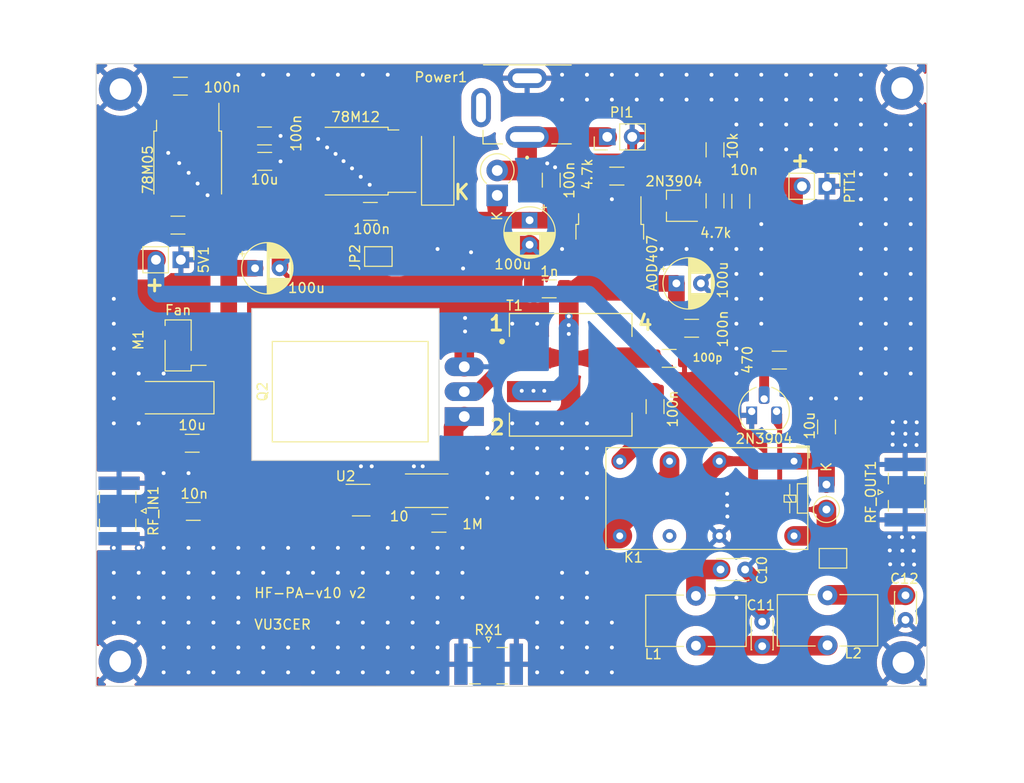
<source format=kicad_pcb>
(kicad_pcb (version 20221018) (generator pcbnew)
  (layers (0 "F.Cu" signal) (31 "B.Cu" signal) (35 "F.Paste" user) (37 "F.SilkS" user "F.Silkscreen") (38 "B.Mask" user) (39 "F.Mask" user) (44 "Edge.Cuts" user))
  (net 0 "")
  (net 1 "GND")
  (net 2 "+VDC")
  (net 3 "Net-(C7-Pad2)")
  (net 4 "PTT")
  (net 5 "/DRAIN")
  (net 6 "Net-(Q2-G)")
  (net 7 "Net-(Q3-G)")
  (net 8 "Net-(Q4-B)")
  (net 9 "+5V")
  (net 10 "12V")
  (net 12 "Net-(U2-OUT)")
  (net 13 "Net-(Q3-D)")
  (net 14 "Net-(C11-Pad1)")
  (net 15 "Net-(JP1-B)")
  (net 16 "RF_OUT")
  (net 17 "Net-(D3-A)")
  (net 18 "LPF")
  (net 19 "RX")
  (net 21 "Net-(Q1-B)")
  (net 22 "Net-(RF_IN1-In)")
  (net 23 "Net-(U2-IN+)")
  (net 24 "Net-(D1-K)")
  (footprint "Resistor_SMD:R_2512_6332Metric_Pad1.40x3.35mm_HandSolder" (layer "F.Cu") (at 173.61 106.39 180)
    (fp_text reference "R3" hide)
    (fp_text value "10")
  )
  (footprint "Capacitor_SMD:C_1206_3216Metric_Pad1.33x1.80mm_HandSolder" (layer "F.Cu") (at 157.0867 72.7964)
    (fp_text reference "C2" hide)
    (fp_text value "10u")
  )
  (footprint "Capacitor_SMD:C_1206_3216Metric_Pad1.33x1.80mm_HandSolder" (layer "F.Cu") (at 196.9 97.81 90)
    (fp_text reference "C7" hide)
    (fp_text value "100n")
  )
  (footprint "Package_TO_SOT_THT:TO-220-3_Horizontal_TabDown" (layer "F.Cu") (at 177.44 98.825 90)
    (fp_text reference "Q2")
    (fp_text value "IRF510")
  )
  (footprint "Diode_SMD:D_SMA_Handsoldering" (layer "F.Cu") (at 174.73 72.75 90)
    (fp_text reference "D1" hide)
    (fp_text value "1N4007" hide)
  )
  (footprint "Capacitor_THT:CP_Radial_D5.0mm_P2.50mm" (layer "F.Cu") (at 199.0744 85.2424)
    (fp_text reference "C5" hide)
    (fp_text value "100u")
  )
  (footprint "Resistor_SMD:R_1206_3216Metric_Pad1.30x1.75mm_HandSolder" (layer "F.Cu") (at 203.015 71.6175 90)
    (fp_text reference "R2" hide)
    (fp_text value "10k")
  )
  (footprint "Connector_PinHeader_2.54mm:PinHeader_1x02_P2.54mm_Vertical" (layer "F.Cu") (at 192.025 70.3 90)
    (fp_text reference "PI1")
    (fp_text value "VDC")
  )
  (footprint "Diode_THT:D_DO-41_SOD81_P2.54mm_Vertical_KathodeUp" (layer "F.Cu") (at 180.8 76.268234 90)
    (fp_text reference "D4" hide)
    (fp_text value "2A+ Schottky (1N5822 / SR2100)" hide)
  )
  (footprint "MountingHole:MountingHole_2.2mm_M2_Pad" (layer "F.Cu") (at 142.343274 123.801274)
    (fp_text reference "H3" hide)
    (fp_text value "MountingHole_Pad" hide)
  )
  (footprint "Capacitor_SMD:C_1206_3216Metric_Pad1.33x1.80mm_HandSolder" (layer "F.Cu") (at 186.1 85.8 180)
    (fp_text reference "C17" hide)
    (fp_text value "1n")
  )
  (footprint "Package_TO_SOT_SMD:SOT-23-5_HandSoldering" (layer "F.Cu") (at 166.925 107.35)
    (fp_text reference "U2")
    (fp_text value "UCC27517DBVR" hide)
  )
  (footprint "Connector_Coaxial:SMA_Samtec_SMA-J-P-X-ST-EM1_EdgeMount" (layer "F.Cu") (at 222.4062 106.537 90)
    (fp_text reference "RF_OUT1")
    (fp_text value "SMA" hide)
  )
  (footprint "Capacitor_SMD:C_1206_3216Metric_Pad1.33x1.80mm_HandSolder" (layer "F.Cu") (at 205.64 76.8675 -90)
    (fp_text reference "C4" hide)
    (fp_text value "10n")
  )
  (footprint "Inductor_THT:L_Toroid_Vertical_L10.0mm_W5.0mm_P5.08mm" (layer "F.Cu") (at 214.49 122.15 180)
    (fp_text reference "L2")
    (fp_text value "360n" hide)
  )
  (footprint "Capacitor_THT:CP_Radial_D5.0mm_P2.50mm" (layer "F.Cu") (at 156.1 83.7)
    (fp_text reference "C20" hide)
    (fp_text value "100u")
  )
  (footprint "Resistor_SMD:R_1206_3216Metric_Pad1.30x1.75mm_HandSolder" (layer "F.Cu") (at 174.85 109.71 180)
    (fp_text reference "R1" hide)
    (fp_text value "1M")
  )
  (footprint "Capacitor_SMD:C_1206_3216Metric_Pad1.33x1.80mm_HandSolder" (layer "F.Cu") (at 186.309 74.7145 90)
    (fp_text reference "C14" hide)
    (fp_text value "100n")
  )
  (footprint "Connector_PinHeader_2.54mm:PinHeader_1x02_P2.54mm_Vertical" (layer "F.Cu") (at 214.4258 75.3364 -90)
    (fp_text reference "PTT1")
    (fp_text value "PTT" hide)
  )
  (footprint "Diode_THT:D_DO-35_SOD27_P2.54mm_Vertical_KathodeUp" (layer "F.Cu") (at 214.376 105.762315 -90)
    (fp_text reference "D3" hide)
    (fp_text value "1N4148" hide)
  )
  (footprint "footprints:XKB_DC-005-5A-2.0_Modded" (layer "F.Cu") (at 183.85 64.3125 -90)
    (fp_text reference "Power1")
    (fp_text value "DC-005 (Barrel Jack)" hide)
  )
  (footprint "Package_TO_SOT_SMD:TO-252-2" (layer "F.Cu") (at 192.28 81.7 -90)
    (fp_text reference "Q3" hide)
    (fp_text value "AOD407")
  )
  (footprint "Capacitor_THT:CP_Radial_D5.0mm_P2.50mm" (layer "F.Cu") (at 184.1 78.8 -90)
    (fp_text reference "C15" hide)
    (fp_text value "100u")
  )
  (footprint "Capacitor_SMD:C_1206_3216Metric_Pad1.33x1.80mm_HandSolder" (layer "F.Cu") (at 148.4884 65.1256)
    (fp_text reference "C9" hide)
    (fp_text value "100n")
  )
  (footprint "Connector_Coaxial:SMA_Samtec_SMA-J-P-X-ST-EM1_EdgeMount" (layer "F.Cu") (at 179.925 124.09)
    (fp_text reference "RX1")
    (fp_text value "SMA" hide)
  )
  (footprint "Capacitor_SMD:C_1206_3216Metric_Pad1.33x1.80mm_HandSolder" (layer "F.Cu") (at 149.6945 101.5492 180)
    (fp_text reference "C16" hide)
    (fp_text value "10u")
  )
  (footprint "MountingHole:MountingHole_2.2mm_M2_Pad" (layer "F.Cu") (at 222.225 123.925)
    (fp_text reference "H4" hide)
    (fp_text value "MountingHole_Pad" hide)
  )
  (footprint "Capacitor_SMD:C_1206_3216Metric_Pad1.33x1.80mm_HandSolder" (layer "F.Cu") (at 214.39 99.88 90)
    (fp_text reference "C13" hide)
    (fp_text value "10u")
  )
  (footprint "Capacitor_SMD:C_1206_3216Metric_Pad1.33x1.80mm_HandSolder" (layer "F.Cu") (at 157.0613 70.2056)
    (fp_text reference "C1" hide)
    (fp_text value "100n")
  )
  (footprint "Package_TO_SOT_SMD:TO-252-2" (layer "F.Cu") (at 149.231 73.014887 -90)
    (fp_text reference "U1" hide)
    (fp_text value "78M05")
  )
  (footprint "Resistor_SMD:R_1206_3216Metric_Pad1.30x1.75mm_HandSolder" (layer "F.Cu") (at 203.015 76.8175 90)
    (fp_text reference "R9" hide)
    (fp_text value "4.7k")
  )
  (footprint "Capacitor_SMD:C_1206_3216Metric_Pad1.33x1.80mm_HandSolder" (layer "F.Cu") (at 167.8625 77.9 180)
    (fp_text reference "C18" hide)
    (fp_text value "100n")
  )
  (footprint "footprints:IND_SRF1260A-4R7Y" (layer "F.Cu") (at 188.295 94.565)
    (fp_text reference "T1")
    (fp_text value "Bifilar XFMR" hide)
  )
  (footprint "Package_TO_SOT_SMD:SOT-23_Handsoldering" (layer "F.Cu") (at 198.82 77.33 180)
    (fp_text reference "Q4" hide)
    (fp_text value "2N3904")
  )
  (footprint "Connector_Coaxial:SMA_Samtec_SMA-J-P-X-ST-EM1_EdgeMount" (layer "F.Cu") (at 142.23 108.45 -90)
    (fp_text reference "RF_IN1")
    (fp_text value "SMA" hide)
  )
  (footprint "Package_TO_SOT_SMD:TO-252-2" (layer "F.Cu") (at 166.3586 72.772 180)
    (fp_text reference "U3" hide)
    (fp_text value "78M12")
  )
  (footprint "Diode_SMD:D_SMA_Handsoldering" (layer "F.Cu") (at 147.4 96.9 180)
    (fp_text reference "D2" hide)
    (fp_text value "M7 (1N4007)" hide)
  )
  (footprint "Capacitor_SMD:C_1206_3216Metric_Pad1.33x1.80mm_HandSolder" (layer "F.Cu") (at 198.34 92.89)
    (fp_text reference "C3" hide)
    (fp_text value "100p")
  )
  (footprint "Connector_PinHeader_2.54mm:PinHeader_1x02_P2.54mm_Vertical" (layer "F.Cu") (at 148.532 82.833887 -90)
    (fp_text reference "5V1")
    (fp_text value "5V")
  )
  (footprint "Capacitor_SMD:C_1206_3216Metric_Pad1.33x1.80mm_HandSolder" (layer "F.Cu") (at 200.63 89.82)
    (fp_text reference "C6" hide)
    (fp_text value "100n")
  )
  (footprint "Jumper:SolderJumper-2_P1.3mm_Open_TrianglePad1.0x1.5mm" (layer "F.Cu") (at 215.048 113.284)
    (fp_text reference "JP1" hide)
    (fp_text value "Jumper_2_Open" hide)
  )
  (footprint "MountingHole:MountingHole_2.2mm_M2_Pad" (layer "F.Cu") (at 142.368 65.433274)
    (fp_text reference "H1" hide)
    (fp_text value "MountingHole_Pad" hide)
  )
  (footprint "Capacitor_SMD:C_1206_3216Metric_Pad1.33x1.80mm_HandSolder" (layer "F.Cu") (at 149.8 108.5)
    (fp_text reference "C19" hide)
    (fp_text value "10n")
  )
  (footprint "Capacitor_THT:C_Disc_D3.0mm_W2.0mm_P2.50mm" (layer "F.Cu") (at 203.581 114.427)
    (fp_text reference "C10")
    (fp_text value "120p" hide)
  )
  (footprint "Relay_THT:Relay_DPDT_Omron_G5V-2" (layer "F.Cu") (at 211.074 103.378 -90)
    (fp_text reference "K1")
    (fp_text value "Omron G5V-2 / OEN 46-05-2C" hide)
  )
  (footprint "Capacitor_SMD:C_1206_3216Metric_Pad1.33x1.80mm_HandSolder" (layer "F.Cu") (at 148.2344 79.2988)
    (fp_text reference "C8" hide)
    (fp_text value "10u")
  )
  (footprint "Inductor_THT:L_Toroid_Vertical_L10.0mm_W5.0mm_P5.08mm" (layer "F.Cu") (at 201.0675 117.115)
    (fp_text reference "L1")
    (fp_text value "360n" hide)
  )
  (footprint "Capacitor_THT:C_Disc_D3.0mm_W2.0mm_P2.50mm" (layer "F.Cu") (at 207.825 122.25 90)
    (fp_text reference "C11")
    (fp_text value "200p" hide)
  )
  (footprint "MountingHole:MountingHole_2.2mm_M2_Pad" (layer "F.Cu") (at 222.099274 65.330474)
    (fp_text reference "H2" hide)
    (fp_text value "MountingHole_Pad" hide)
  )
  (footprint "Resistor_SMD:R_1206_3216Metric_Pad1.30x1.75mm_HandSolder" (layer "F.Cu") (at 193 74.3 180)
    (fp_text reference "R8" hide)
    (fp_text value "4.7k")
  )
  (footprint "Capacitor_THT:C_Disc_D3.0mm_W2.0mm_P2.50mm" (layer "F.Cu") (at 222.4425 117.065 -90)
    (fp_text reference "C12")
    (fp_text value "120p" hide)
  )
  (footprint "Jumper:SolderJumper-2_P1.3mm_Open_TrianglePad1.0x1.5mm" (layer "F.Cu") (at 168.675 82.5)
    (fp_text reference "JP2")
    (fp_text value "Jumper_2_Open" hide)
  )
  (footprint "Connector_PinHeader_2.54mm:PinHeader_1x02_P2.54mm_Vertical_SMD_Pin1Left" (layer "F.Cu") (at 148.255 91.57 180)
    (fp_text reference "M1")
    (fp_text value "Fan")
  )
  (footprint "Resistor_SMD:R_1206_3216Metric_Pad1.30x1.75mm_HandSolder" (layer "F.Cu") (at 209.5754 93.0656 180)
    (fp_text reference "R4" hide)
    (fp_text value "470")
  )
  (footprint "Package_TO_SOT_THT:TO-92_HandSolder" (layer "F.Cu") (at 206.756 98.298)
    (fp_text reference "Q1" hide)
    (fp_text value "2N3904")
  )
  (gr_rect (start 139.893 62.835) (end 224.628 126.336) (stroke (width 0.1)) (fill none) (layer "Edge.Cuts"))
  (gr_rect (start 155.765 87.8) (end 174.865 103.3) (stroke (width 0.1)) (fill none) (layer "Edge.Cuts"))
  (gr_text "+" (at 144.73 86.21) (layer "F.SilkS") (effects (font (size 1.5 1.5) (thickness 0.3) bold) (justify left bottom)))
  (gr_text "K" (at 176.24 76.82) (layer "F.SilkS") (effects (font (size 1.5 1.5) (thickness 0.3) bold) (justify left bottom)))
  (gr_text "2" (at 179.9 100.8) (layer "F.SilkS") (effects (font (size 1.5 1.5) (thickness 0.3) bold) (justify left bottom)))
  (gr_text "4" (at 194.97 90.14) (layer "F.SilkS") (effects (font (size 1.5 1.5) (thickness 0.3) bold) (justify left bottom)))
  (gr_text "1" (at 179.8 90.2) (layer "F.SilkS") (effects (font (size 1.5 1.5) (thickness 0.3) bold) (justify left bottom)))
  (gr_text "+" (at 210.57 73.53) (layer "F.SilkS") (effects (font (size 1.5 1.5) (thickness 0.3) bold) (justify left bottom)))
  (gr_text "HF-PA-v10 v2\n\nVU3CER" (at 155.9306 120.6246) (layer "F.SilkS") (effects (font (size 1 1)) (justify left bottom)))
  (segment (start 184.5375 81.7375) (end 184.1 81.3) (width 2) (layer "F.Cu") (net 1))
  (segment (start 158.6492 78.5) (end 158.6492 83.5867) (width 1.7) (layer "F.Cu") (net 1))
  (segment (start 206.94632 115.29232) (end 206.081 114.427) (width 1.5) (layer "F.Cu") (net 1))
  (segment (start 184.5375 85.8) (end 184.5375 81.7375) (width 2) (layer "F.Cu") (net 1))
  (segment (start 177.44 90.0982) (end 177.44 88.7686) (width 2) (layer "F.Cu") (net 1))
  (segment (start 194.5 72.5) (end 194.565 72.435) (width 1) (layer "F.Cu") (net 1))
  (segment (start 173.3 109.71) (end 169.59 109.71) (width 1) (layer "F.Cu") (net 1))
  (segment (start 169.59 109.71) (end 168.18 108.3) (width 1) (layer "F.Cu") (net 1))
  (segment (start 177.44 82.7068) (end 178.0794 82.0674) (width 2) (layer "F.Cu") (net 1))
  (segment (start 196.21 70.3) (end 194.565 70.3) (width 1) (layer "F.Cu") (net 1))
  (segment (start 186.461 73) (end 185.9 73) (width 1) (layer "F.Cu") (net 1))
  (segment (start 186.7 73.4) (end 186.7 72.761) (width 1) (layer "F.Cu") (net 1))
  (segment (start 186.061 73.4) (end 186.7 73.4) (width 1) (layer "F.Cu") (net 1))
  (segment (start 186.961 72.5) (end 194.5 72.5) (width 1) (layer "F.Cu") (net 1))
  (segment (start 177.44 83.5958) (end 177.44 82.7068) (width 2) (layer "F.Cu") (net 1))
  (segment (start 196.21 70.3) (end 198.882 70.3) (width 0.75) (layer "F.Cu") (net 1))
  (segment (start 177.44 93.745) (end 177.44 90.1402) (width 2) (layer "F.Cu") (net 1))
  (segment (start 199.895 70.2255) (end 199.877 70.2075) (width 0.75) (layer "F.Cu") (net 1))
  (segment (start 207.825 119.75) (end 207.825 117.413641) (width 1.5) (layer "F.Cu") (net 1))
  (segment (start 195.58 70.3) (end 202.7825 70.3) (width 1) (layer "F.Cu") (net 1))
  (segment (start 200.32 76.38) (end 200.32 70.6505) (width 1) (layer "F.Cu") (net 1))
  (segment (start 199.877 70.2075) (end 202.145 70.2075) (width 0.75) (layer "F.Cu") (net 1))
  (segment (start 186.7 72.761) (end 186.961 72.5) (width 1) (layer "F.Cu") (net 1))
  (segment (start 194.565 72.435) (end 194.565 70.3) (width 1) (layer "F.Cu") (net 1))
  (segment (start 167.23 107.35) (end 168.18 108.3) (width 0.5) (layer "F.Cu") (net 1))
  (segment (start 165.67 107.35) (end 167.23 107.35) (width 0.5) (layer "F.Cu") (net 1))
  (segment (start 177.44 88.7266) (end 177.44 83.841) (width 2) (layer "F.Cu") (net 1))
  (segment (start 158.6492 72.7964) (end 158.6492 78.5) (width 1.7) (layer "F.Cu") (net 1))
  (segment (start 178.7544 81.3924) (end 183.896 81.3924) (width 2) (layer "F.Cu") (net 1))
  (segment (start 178.1302 82.0166) (end 178.7544 81.3924) (width 2) (layer "F.Cu") (net 1))
  (segment (start 202.7825 70.3) (end 203.015 70.0675) (width 1) (layer "F.Cu") (net 1))
  (segment (start 195.58 70.3) (end 196.21 70.3) (width 0.75) (layer "F.Cu") (net 1))
  (segment (start 194.565 70.3) (end 195.58 70.3) (width 0.75) (layer "F.Cu") (net 1))
  (via (at 156.9339 122.3775) (size 0.8) (drill 0.4) (layers "F.Cu" "B.Cu") (net 1))
  (via (at 205.1939 69.0375) (size 0.8) (drill 0.4) (layers "F.Cu" "B.Cu") (net 1))
  (via (at 205.1939 63.9575) (size 0.8) (drill 0.4) (layers "F.Cu" "B.Cu") (net 1))
  (via (at 167.0939 119.8375) (size 0.8) (drill 0.4) (layers "F.Cu" "B.Cu") (net 1))
  (via (at 187.4139 102.0575) (size 0.8) (drill 0.4) (layers "F.Cu" "B.Cu") (net 1))
  (via (at 162.0139 124.9175) (size 0.8) (drill 0.4) (layers "F.Cu" "B.Cu") (net 1))
  (via (at 141.6939 112.2175) (size 0.8) (drill 0.4) (layers "F.Cu" "B.Cu") (net 1))
  (via (at 174.7139 117.2975) (size 0.8) (drill 0.4) (layers "F.Cu" "B.Cu") (net 1))
  (via (at 182.3339 107.1375) (size 0.8) (drill 0.4) (layers "F.Cu" "B.Cu") (net 1))
  (via (at 146.7739 124.9175) (size 0.8) (drill 0.4) (layers "F.Cu" "B.Cu") (net 1))
  (via (at 187.4139 122.3775) (size 0.8) (drill 0.4) (layers "F.Cu" "B.Cu") (net 1))
  (via (at 215.3539 69.0375) (size 0.8) (drill 0.4) (layers "F.Cu" "B.Cu") (net 1))
  (via (at 159.4739 114.7575) (size 0.8) (drill 0.4) (layers "F.Cu" "B.Cu") (net 1))
  (via (at 187.4139 104.5975) (size 0.8) (drill 0.4) (layers "F.Cu" "B.Cu") (net 1))
  (via (at 177.5206 88.773) (size 0.8) (drill 0.4) (layers "F.Cu" "B.Cu") (net 1))
  (via (at 184.8739 89.3575) (size 0.8) (drill 0.4) (layers "F.Cu" "B.Cu") (net 1))
  (via (at 162.5346 70.5104) (size 0.8) (drill 0.4) (layers "F.Cu" "B.Cu") (net 1))
  (via (at 200.1139 63.9575) (size 0.8) (drill 0.4) (layers "F.Cu" "B.Cu") (net 1))
  (via (at 189.9539 119.8375) (size 0.8) (drill 0.4) (layers "F.Cu" "B.Cu") (net 1))
  (via (at 222.43 99.4) (size 0.8) (drill 0.4) (layers "F.Cu" "B.Cu") (net 1))
  (via (at 146.7739 117.2975) (size 0.8) (drill 0.4) (layers "F.Cu" "B.Cu") (net 1))
  (via (at 187.4139 124.9175) (size 0.8) (drill 0.4) (layers "F.Cu" "B.Cu") (net 1))
  (via (at 223.59 100.59) (size 0.8) (drill 0.4) (layers "F.Cu" "B.Cu") (net 1))
  (via (at 222.9739 69.0375) (size 0.8) (drill 0.4) (layers "F.Cu" "B.Cu") (net 1))
  (via (at 215.3539 66.4975) (size 0.8) (drill 0.4) (layers "F.Cu" "B.Cu") (net 1))
  (via (at 222.12 112.5) (size 0.8) (drill 0.4) (layers "F.Cu" "B.Cu") (net 1))
  (via (at 223.57 101.73) (size 0.8) (drill 0.4) (layers "F.Cu" "B.Cu") (net 1))
  (via (at 204.275 109.025) (size 0.8) (drill 0.4) (layers "F.Cu" "B.Cu") (net 1))
  (via (at 144.2339 114.7575) (size 0.8) (drill 0.4) (layers "F.Cu" "B.Cu") (net 1))
  (via (at 202.6539 63.9575) (size 0.8) (drill 0.4) (layers "F.Cu" "B.Cu") (net 1))
  (via (at 207.7339 69.0375) (size 0.8) (drill 0.4) (layers "F.Cu" "B.Cu") (net 1))
  (via (at 149.3139 114.7575) (size 0.8) (drill 0.4) (layers "F.Cu" "B.Cu") (net 1))
  (via (at 187.4139 63.9575) (size 0.8) (drill 0.4) (layers "F.Cu" "B.Cu") (net 1))
  (via (at 223.28 112.51) (size 0.8) (drill 0.4) (layers "F.Cu" "B.Cu") (net 1))
  (via (at 222.9739 81.7375) (size 0.8) (drill 0.4) (layers "F.Cu" "B.Cu") (net 1))
  (via (at 184.8739 99.5175) (size 0.8) (drill 0.4) (layers "F.Cu" "B.Cu") (net 1))
  (via (at 154.3939 117.2975) (size 0.8) (drill 0.4) (layers "F.Cu" "B.Cu") (net 1))
  (via (at 217.8939 91.8975) (size 0.8) (drill 0.4) (layers "F.Cu" "B.Cu") (net 1))
  (via (at 221.15 99.38) (size 0.8) (drill 0.4) (layers "F.Cu" "B.Cu") (net 1))
  (via (at 187.4139 117.2975) (size 0.8) (drill 0.4) (layers "F.Cu" "B.Cu") (net 1))
  (via (at 177.2539 114.7575) (size 0.8) (drill 0.4) (layers "F.Cu" "B.Cu") (net 1))
  (via (at 217.8939 79.1975) (size 0.8) (drill 0.4) (layers "F.Cu" "B.Cu") (net 1))
  (via (at 141.6939 119.8375) (size 0.8) (drill 0.4) (layers "F.Cu" "B.Cu") (net 1))
  (via (at 187.4139 107.1375) (size 0.8) (drill 0.4) (layers "F.Cu" "B.Cu") (net 1))
  (via (at 154.3939 124.9175) (size 0.8) (drill 0.4) (layers "F.Cu" "B.Cu") (net 1))
  (via (at 151.8539 114.7575) (size 0.8) (drill 0.4) (layers "F.Cu" "B.Cu") (net 1))
  (via (at 141.6939 91.8975) (size 0.8) (drill 0.4) (layers "F.Cu" "B.Cu") (net 1))
  (via (at 222.9739 71.5775) (size 0.8) (drill 0.4) (layers "F.Cu" "B.Cu") (net 1))
  (via (at 207.7339 66.4975) (size 0.8) (drill 0.4) (layers "F.Cu" "B.Cu") (net 1))
  (via (at 192.4939 122.3775) (size 0.8) (drill 0.4) (layers "F.Cu" "B.Cu") (net 1))
  (via (at 217.8939 84.2775) (size 0.8) (drill 0.4) (layers "F.Cu" "B.Cu") (net 1))
  (via (at 217.8939 71.5775) (size 0.8) (drill 0.4) (layers "F.Cu" "B.Cu") (net 1))
  (via (at 217.8939 94.4375) (size 0.8) (drill 0.4) (layers "F.Cu" "B.Cu") (net 1))
  (via (at 154.3939 119.8375) (size 0.8) (drill 0.4) (layers "F.Cu" "B.Cu") (net 1))
  (via (at 184.8739 104.5975) (size 0.8) (drill 0.4) (layers "F.Cu" "B.Cu") (net 1))
  (via (at 182.3339 89.3575) (size 0.8) (drill 0.4) (layers "F.Cu" "B.Cu") (net 1))
  (via (at 174.7139 119.8375) (size 0.8) (drill 0.4) (layers "F.Cu" "B.Cu") (net 1))
  (via (at 147.2438 71.9328) (size 0.8) (drill 0.4) (layers "F.Cu" "B.Cu") (net 1))
  (via (at 207.7339 79.1975) (size 0.8) (drill 0.4) (layers "F.Cu" "B.Cu") (net 1))
  (via (at 212.8139 96.9775) (size 0.8) (drill 0.4) (layers "F.Cu" "B.Cu") (net 1))
  (via (at 222.41 101.72) (size 0.8) (drill 0.4) (layers "F.Cu" "B.Cu") (net 1))
  (via (at 174.7139 112.2175) (size 0.8) (drill 0.4) (layers "F.Cu" "B.Cu") (net 1))
  (via (at 144.2339 99.5175) (size 0.8) (drill 0.4) (layers "F.Cu" "B.Cu") (net 1))
  (via (at 166.9 103.9) (size 0.8) (drill 0.4) (layers "F.Cu" "B.Cu") (net 1))
  (via (at 217.8939 81.7375) (size 0.8) (drill 0.4) (layers "F.Cu" "B.Cu") (net 1))
  (via (at 215.3539 63.9575) (size 0.8) (drill 0.4) (layers "F.Cu" "B.Cu") (net 1))
  (via (at 158.7 72.8) (size 0.8) (drill 0.4) (layers "F.Cu" "B.Cu") (net 1))
  (via (at 195.0339 66.4975) (size 0.8) (drill 0.4) (layers "F.Cu" "B.Cu") (net 1))
  (via (at 217.8939 69.0375) (size 0.8) (drill 0.4) (layers "F.Cu" "B.Cu") (net 1))
  (via (at 162.0139 122.3775) (size 0.8) (drill 0.4) (layers "F.Cu" "B.Cu") (net 1))
  (via (at 189.9539 122.3775) (size 0.8) (drill 0.4) (layers "F.Cu" "B.Cu") (net 1))
  (via (at 189.9539 104.5975) (size 0.8) (drill 0.4) (layers "F.Cu" "B.Cu") (net 1))
  (via (at 164.3126 72.0344) (size 0.8) (drill 0.4) (layers "F.Cu" "B.Cu") (net 1))
  (via (at 174.7139 81.7375) (size 0.8) (drill 0.4) (layers "F.Cu" "B.Cu") (net 1))
  (via (at 165.1254 72.771) (size 0.8) (drill 0.4) (layers "F.Cu" "B.Cu") (net 1))
  (via (at 185.9 73) (size 0.8) (drill 0.4) (layers "F.Cu" "B.Cu") (net 1))
  (via (at 172.1739 117.2975) (size 0.8) (drill 0.4) (layers "F.Cu" "B.Cu") (net 1))
  (via (at 222.08 111.12) (size 0.8) (drill 0.4) (layers "F.Cu" "B.Cu") (net 1))
  (via (at 217.8939 86.8175) (size 0.8) (drill 0.4) (layers "F.Cu" "B.Cu") (net 1))
  (via (at 141.6939 114.7575) (size 0.8) (drill 0.4) (layers "F.Cu" "B.Cu") (net 1))
  (via (at 156.9339 112.2175) (size 0.8) (drill 0.4) (layers "F.Cu" "B.Cu") (net 1))
  (via (at 222.9739 86.8175) (size 0.8) (drill 0.4) (layers "F.Cu" "B.Cu") (net 1))
  (via (at 223.59 99.41) (size 0.8) (drill 0.4) (layers "F.Cu" "B.Cu") (net 1))
  (via (at 168 103.9) (size 0.8) (drill 0.4) (layers "F.Cu" "B.Cu") (net 1))
  (via (at 154.3939 112.2175) (size 0.8) (drill 0.4) (layers "F.Cu" "B.Cu") (net 1))
  (via (at 156.9339 63.9575) (size 0.8) (drill 0.4) (layers "F.Cu" "B.Cu") (net 1))
  (via (at 149.3139 119.8375) (size 0.8) (drill 0.4) (layers "F.Cu" "B.Cu") (net 1))
  (via (at 205.1939 117.2975) (size 0.8) (drill 0.4) (layers "F.Cu" "B.Cu") (net 1))
  (via (at 212.8139 66.4975) (size 0.8) (drill 0.4) (layers "F.Cu" "B.Cu") (net 1))
  (via (at 192.4939 66.4975) (size 0.8) (drill 0.4) (layers "F.Cu" "B.Cu") (net 1))
  (via (at 220.88 113.89) (size 0.8) (drill 0.4) (layers "F.Cu" "B.Cu") (net 1))
  (via (at 192.4939 119.8375) (size 0.8) (drill 0.4) (layers "F.Cu" "B.Cu") (net 1))
  (via (at 220.4339 74.1175) (size 0.8) (drill 0.4) (layers "F.Cu" "B.Cu") (net 1))
  (via (at 217.8939 66.4975) (size 0.8) (drill 0.4) (layers "F.Cu" "B.Cu") (net 1))
  (via (at 184.8739 107.1375) (size 0.8) (drill 0.4) (layers "F.Cu" "B.Cu") (net 1))
  (via (at 189.9539 107.1375) (size 0.8) (drill 0.4) (layers "F.Cu" "B.Cu") (net 1))
  (via (at 173.2 103.9) (size 0.8) (drill 0.4) (layers "F.Cu" "B.Cu") (net 1))
  (via (at 144.2339 112.2175) (size 0.8) (drill 0.4) (layers "F.Cu" "B.Cu") (net 1))
  (via (at 204.25 107.9) (size 0.8) (drill 0.4) (layers "F.Cu" "B.Cu") (net 1))
  (via (at 222.9739 79.1975) (size 0.8) (drill 0.4) (layers "F.Cu" "B.Cu") (net 1))
  (via (at 184.8739 117.2975) (size 0.8) (drill 0.4) (layers "F.Cu" "B.Cu") (net 1))
  (via (at 166.878 74.3712) (size 0.8) (drill 0.4) (layers "F.Cu" "B.Cu") (net 1))
  (via (at 169.6339 124.9175) (size 0.8) (drill 0.4) (layers "F.Cu" "B.Cu") (net 1))
  (via (at 222.9739 91.8975) (size 0.8) (drill 0.4) (layers "F.Cu" "B.Cu") (net 1))
  (via (at 212.8139 71.5775) (size 0.8) (drill 0.4) (layers "F.Cu" "B.Cu") (net 1))
  (via (at 210.2739 71.5775) (size 0.8) (drill 0.4) (layers "F.Cu" "B.Cu") (net 1))
  (via (at 149.3139 112.2175) (size 0.8) (drill 0.4) (layers "F.Cu" "B.Cu") (net 1))
  (via (at 141.6939 117.2975) (size 0.8) (drill 0.4) (layers "F.Cu" "B.Cu") (net 1))
  (via (at 189.9539 99.5175) (size 0.8) (drill 0.4) (layers "F.Cu" "B.Cu") (net 1))
  (via (at 189.9539 102.0575) (size 0.8) (drill 0.4) (layers "F.Cu" "B.Cu") (net 1))
  (via (at 162.0139 112.2175) (size 0.8) (drill 0.4) (layers "F.Cu" "B.Cu") (net 1))
  (via (at 174.7139 124.9175) (size 0.8) (drill 0.4) (layers "F.Cu" "B.Cu") (net 1))
  (via (at 154.3939 114.7575) (size 0.8) (drill 0.4) (layers "F.Cu" "B.Cu") (net 1))
  (via (at 177.2539 117.2975) (size 0.8) (drill 0.4) (layers "F.Cu" "B.Cu") (net 1))
  (via (at 149.3139 122.3775) (size 0.8) (drill 0.4) (layers "F.Cu" "B.Cu") (net 1))
  (via (at 223.32 113.92) (size 0.8) (drill 0.4) (layers "F.Cu" "B.Cu") (net 1))
  (via (at 167.0939 124.9175) (size 0.8) (drill 0.4) (layers "F.Cu" "B.Cu") (net 1))
  (via (at 154.3939 122.3775) (size 0.8) (drill 0.4) (layers "F.Cu" "B.Cu") (net 1))
  (via (at 174.7139 122.3775) (size 0.8) (drill 0.4) (layers "F.Cu" "B.Cu") (net 1))
  (via (at 217.8939 74.1175) (size 0.8) (drill 0.4) (layers "F.Cu" "B.Cu") (net 1))
  (via (at 184.8739 119.8375) (size 0.8) (drill 0.4) (layers "F.Cu" "B.Cu") (net 1))
  (via (at 197.5739 63.9575) (size 0.8) (drill 0.4) (layers "F.Cu" "B.Cu") (net 1))
  (via (at 149.3139 117.2975) (size 0.8) (drill 0.4) (layers "F.Cu" "B.Cu") (net 1))
  (via (at 169.6339 119.8375) (size 0.8) (drill 0.4) (layers "F.Cu" "B.Cu") (net 1))
  (via (at 197.5739 81.7375) (size 0.8) (drill 0.4) (layers "F.Cu" "B.Cu") (net 1))
  (via (at 221.13 101.7) (size 0.8) (drill 0.4) (layers "F.Cu" "B.Cu") (net 1))
  (via (at 172.1739 124.9175) (size 0.8) (drill 0.4) (layers "F.Cu" "B.Cu") (net 1))
  (via (at 197.5739 66.4975) (size 0.8) (drill 0.4) (layers "F.Cu" "B.Cu") (net 1))
  (via (at 167.0939 122.3775) (size 0.8) (drill 0.4) (layers "F.Cu" "B.Cu") (net 1))
  (via (at 162.0139 63.9575) (size 0.8) (drill 0.4) (layers "F.Cu" "B.Cu") (net 1))
  (via (at 141.6939 94.4375) (size 0.8) (drill 0.4) (layers "F.Cu" "B.Cu") (net 1))
  (via (at 151.8539 112.2175) (size 0.8) (drill 0.4) (layers "F.Cu" "B.Cu") (net 1))
  (via (at 205.1939 66.4975) (size 0.8) (drill 0.4) (layers "F.Cu" "B.Cu") (net 1))
  (via (at 187.4139 81.7375) (size 0.8) (drill 0.4) (layers "F.Cu" "B.Cu") (net 1))
  (via (at 167.7924 75.184) (size 0.8) (drill 0.4) (layers "F.Cu" "B.Cu") (net 1))
  (via (at 154.3939 63.9575) (size 0.8) (drill 0.4) (layers "F.Cu" "B.Cu") (net 1))
  (via (at 151.8539 122.3775) (size 0.8) (drill 0.4) (layers "F.Cu" "B.Cu") (net 1))
  (via (at 164.5539 119.8375) (size 0.8) (drill 0.4) (layers "F.Cu" "B.Cu") (net 1))
  (via (at 189.9539 63.9575) (size 0.8) (drill 0.4) (layers "F.Cu" "B.Cu") (net 1))
  (via (at 179.7939 107.1375) (size 0.8) (drill 0.4) (layers "F.Cu" "B.Cu") (net 1))
  (via (at 222.9739 89.3575) (size 0.8) (drill 0.4) (layers "F.Cu" "B.Cu") (net 1))
  (via (at 207.7339 89.3575) (size 0.8) (drill 0.4) (layers "F.Cu" "B.Cu") (net 1))
  (via (at 200.1139 81.7375) (size 0.8) (drill 0.4) (layers "F.Cu" "B.Cu") (net 1))
  (via (at 215.3539 71.5775) (size 0.8) (drill 0.4) (layers "F.Cu" "B.Cu") (net 1))
  (via (at 220.8 111.1) (size 0.8) (drill 0.4) (layers "F.Cu" "B.Cu") (net 1))
  (via (at 164.5539 114.7575) (size 0.8) (drill 0.4) (layers "F.Cu" "B.Cu") (net 1))
  (via (at 220.4339 94.4375) (size 0.8) (drill 0.4) (layers "F.Cu" "B.Cu") (net 1))
  (via (at 156.9339 124.9175) (size 0.8) (drill 0.4) (layers "F.Cu" "B.Cu") (net 1))
  (via (at 220.4339 79.1975) (size 0.8) (drill 0.4) (layers "F.Cu" "B.Cu") (net 1))
  (via (at 151.8539 124.9175) (size 0.8) (drill 0.4) (layers "F.Cu" "B.Cu") (net 1))
  (via (at 187.4139 114.7575) (size 0.8) (drill 0.4) (layers "F.Cu" "B.Cu") (net 1))
  (via (at 220.4339 89.3575) (size 0.8) (drill 0.4) (layers "F.Cu" "B.Cu") (net 1))
  (via (at 210.2739 63.9575) (size 0.8) (drill 0.4) (layers "F.Cu" "B.Cu") (net 1))
  (via (at 163.449 71.374) (size 0.8) (drill 0.4) (layers "F.Cu" "B.Cu") (net 1))
  (via (at 205.1939 89.3575) (size 0.8) (drill 0.4) (layers "F.Cu" "B.Cu") (net 1))
  (via (at 192.4939 76.6575) (size 0.8) (drill 0.4) (layers "F.Cu" "B.Cu") (net 1))
  (via (at 184.8739 122.3775) (size 0.8) (drill 0.4) (layers "F.Cu" "B.Cu") (net 1))
  (via (at 207.7339 81.7375) (size 0.8) (drill 0.4) (layers "F.Cu" "B.Cu") (net 1))
  (via (at 205.1939 84.2775) (size 0.8) (drill 0.4) (layers "F.Cu" "B.Cu") (net 1))
  (via (at 202.6539 66.4975) (size 0.8) (drill 0.4) (layers "F.Cu" "B.Cu") (net 1))
  (via (at 146.7739 104.5975) (size 0.8) (drill 0.4) (layers "F.Cu" "B.Cu") (net 1))
  (via (at 151.8539 117.2975) (size 0.8) (drill 0.4) (layers "F.Cu" "B.Cu") (net 1))
  (via (at 184.8739 102.0575) (size 0.8) (drill 0.4) (layers "F.Cu" "B.Cu") (net 1))
  (via (at 220.4339 84.2775) (size 0.8) (drill 0.4) (layers "F.Cu" "B.Cu") (net 1))
  (via (at 164.5539 122.3775) (size 0.8) (drill 0.4) (layers "F.Cu" "B.Cu") (net 1))
  (via (at 146.7739 112.2175) (size 0.8) (drill 0.4) (layers "F.Cu" "B.Cu") (net 1))
  (via (at 217.8939 76.6575) (size 0.8) (drill 0.4) (layers "F.Cu" "B.Cu") (net 1))
  (via (at 186.7 73.4) (size 0.8) (drill 0.4) (layers "F.Cu" "B.Cu") (net 1))
  (via (at 162.0139 114.7575) (size 0.8) (drill 0.4) (layers "F.Cu" "B.Cu") (net 1))
  (via (at 205.1939 94.4375) (size 0.8) (drill 0.4) (layers "F.Cu" "B.Cu") (net 1))
  (via (at 172.1739 114.7575) (size 0.8) (drill 0.4) (layers "F.Cu" "B.Cu") (net 1))
  (via (at 215.3539 96.9775) (size 0.8) (drill 0.4) (layers "F.Cu" "B.Cu") (net 1))
  (via (at 141.6939 86.8175) (size 0.8) (drill 0.4) (layers "F.Cu" "B.Cu") (net 1))
  (via (at 222.9739 94.4375) (size 0.8) (drill 0.4) (layers "F.Cu" "B.Cu") (net 1))
  (via (at 177.5206 90.1446) (size 0.8) (drill 0.4) (layers "F.Cu" "B.Cu") (net 1))
  (via (at 204.25 106.7) (size 0.8) (drill 0.4) (layers "F.Cu" "B.Cu") (net 1))
  (via (at 184.8739 124.9175) (size 0.8) (drill 0.4) (layers "F.Cu" "B.Cu") (net 1))
  (via (at 178.1302 82.0674) (size 0.8) (drill 0.4) (layers "F.Cu" "B.Cu") (net 1))
  (via (at 182.3339 102.0575) (size 0.8) (drill 0.4) (layers "F.Cu" "B.Cu") (net 1))
  (via (at 210.2739 69.0375) (size 0.8) (drill 0.4) (layers "F.Cu" "B.Cu") (net 1))
  (via (at 144.2339 117.2975) (size 0.8) (drill 0.4) (layers "F.Cu" "B.Cu") (net 1))
  (via (at 172.1739 122.3775) (size 0.8) (drill 0.4) (layers "F.Cu" "B.Cu") (net 1))
  (via (at 189.9539 117.2975) (size 0.8) (drill 0.4) (layers "F.Cu" "B.Cu") (net 1))
  (via (at 220.4339 81.7375) (size 0.8) (drill 0.4) (layers "F.Cu" "B.Cu") (net 1))
  (via (at 222.9739 74.1175) (size 0.8) (drill 0.4) (layers "F.Cu" "B.Cu") (net 1))
  (via (at 156.9339 114.7575) (size 0.8) (drill 0.4) (layers "F.Cu" "B.Cu") (net 1))
  (via (at 220.4339 76.6575) (size 0.8) (drill 0.4) (layers "F.Cu" "B.Cu") (net 1))
  (via (at 220.4339 71.5775) (size 0.8) (drill 0.4) (layers "F.Cu" "B.Cu") (net 1))
  (via (at 222.9739 84.2775) (size 0.8) (drill 0.4) (layers "F.Cu" "B.Cu") (net 1))
  (via (at 200.1139 66.4975) (size 0.8) (drill 0.4) (layers "F.Cu" "B.Cu") (net 1))
  (via (at 217.8939 63.9575) (size 0.8) (drill 0.4) (layers "F.Cu" "B.Cu") (net 1))
  (via (at 207.7339 84.2775) (size 0.8) (drill 0.4) (layers "F.Cu" "B.Cu") (net 1))
  (via (at 207.7339 86.8175) (size 0.8) (drill 0.4) (layers "F.Cu" "B.Cu") (net 1))
  (via (at 189.9539 114.7575) (size 0.8) (drill 0.4) (layers "F.Cu" "B.Cu") (net 1))
  (via (at 169.6339 63.9575) (size 0.8) (drill 0.4) (layers "F.Cu" "B.Cu") (net 1))
  (via (at 141.6939 99.5175) (size 0.8) (drill 0.4) (layers "F.Cu" "B.Cu") (net 1))
  (via (at 182.3339 99.5175) (size 0.8) (drill 0.4) (layers "F.Cu" "B.Cu") (net 1))
  (via (at 177.3174 83.7184) (size 0.8) (drill 0.4) (layers "F.Cu" "B.Cu") (net 1))
  (via (at 146.7739 122.3775) (size 0.8) (drill 0.4) (layers "F.Cu" "B.Cu") (net 1))
  (via (at 149.3266 73.9648) (size 0.8) (drill 0.4) (layers "F.Cu" "B.Cu") (net 1))
  (via (at 220.4339 91.8975) (size 0.8) (drill 0.4) (layers "F.Cu" "B.Cu") (net 1))
  (via (at 205.1939 86.8175) (size 0.8) (drill 0.4) (layers "F.Cu" "B.Cu") (net 1))
  (via (at 159.4739 112.2175) (size 0.8) (drill 0.4) (layers "F.Cu" "B.Cu") (net 1))
  (via (at 146.7739 114.7575) (size 0.8) (drill 0.4) (layers "F.Cu" "B.Cu") (net 1))
  (via (at 144.2339 119.8375) (size 0.8) (drill 0.4) (layers "F.Cu" "B.Cu") (net 1))
  (via (at 187.4139 119.8375) (size 0.8) (drill 0.4) (layers "F.Cu" "B.Cu") (net 1))
  (via (at 220.4339 86.8175) (size 0.8) (drill 0.4) (layers "F.Cu" "B.Cu") (net 1))
  (via (at 167.0939 114.7575) (size 0.8) (drill 0.4) (layers "F.Cu" "B.Cu") (net 1))
  (via (at 177.2539 112.2175) (size 0.8) (drill 0.4) (layers "F.Cu" "B.Cu") (net 1))
  (via (at 207.7339 63.9575) (size 0.8) (drill 0.4) (layers "F.Cu" "B.Cu") (net 1))
  (via (at 217.8939 96.9775) (size 0.8) (drill 0.4) (layers "F.Cu" "B.Cu") (net 1))
  (via (at 220.4339 69.0375) (size 0.8) (drill 0.4) (layers "F.Cu" "B.Cu") (net 1))
  (via (at 179.7939 102.0575) (size 0.8) (drill 0.4) (layers "F.Cu" "B.Cu") (net 1))
  (via (at 212.8139 63.9575) (size 0.8) (drill 0.4) (layers "F.Cu" "B.Cu") (net 1))
  (via (at 205.1939 81.7375) (size 0.8) (drill 0.4) (layers "F.Cu" "B.Cu") (net 1))
  (via (at 172.3 103.9) (size 0.8) (drill 0.4) (layers "F.Cu" "B.Cu") (net 1))
  (via (at 187.4139 99.5175) (size 0.8) (drill 0.4) (layers "F.Cu" "B.Cu") (net 1))
  (via (at 221.15 100.56) (size 0.8) (drill 0.4) (layers "F.Cu" "B.Cu") (net 1))
  (via (at 159.4739 63.9575) (size 0.8) (drill 0.4) (layers "F.Cu" "B.Cu") (net 1))
  (via (at 148.3614 72.9742) (size 0.8) (drill 0.4) (layers "F.Cu" "B.Cu") (net 1))
  (via (at 172.1739 119.8375) (size 0.8) (drill 0.4) (layers "F.Cu" "B.Cu") (net 1))
  (via (at 165.989 73.5076) (size 0.8) (drill 0.4) (layers "F.Cu" "B.Cu") (net 1))
  (via (at 146.7739 119.8375) (size 0.8) (drill 0.4) (layers "F.Cu" "B.Cu") (net 1))
  (via (at 149.3139 104.5975) (size 0.8) (drill 0.4) (layers "F.Cu" "B.Cu") (net 1))
  (via (at 174.7139 114.7575) (size 0.8) (drill 0.4) (layers "F.Cu" "B.Cu") (net 1))
  (via (at 164.5539 63.9575) (size 0.8) (drill 0.4) (layers "F.Cu" "B.Cu") (net 1))
  (via (at 144.2339 94.4375) (size 0.8) (drill 0.4) (layers "F.Cu" "B.Cu") (net 1))
  (via (at 182.3339 104.5975) (size 0.8) (drill 0.4) (layers "F.Cu" "B.Cu") (net 1))
  (via (at 167.0939 63.9575) (size 0.8) (drill 0.4) (layers "F.Cu" "B.Cu") (net 1))
  (via (at 207.7339 71.5775) (size 0.8) (drill 0.4) (layers "F.Cu" "B.Cu") (net 1))
  (via (at 222.16 113.91) (size 0.8) (drill 0.4) (layers "F.Cu" "B.Cu") (net 1))
  (via (at 192.4939 63.9575) (size 0.8) (drill 0.4) (layers "F.Cu" "B.Cu") (net 1))
  (via (at 169.6339 114.7575) (size 0.8) (drill 0.4) (layers "F.Cu" "B.Cu") (net 1))
  (via (at 210.2739 66.4975) (size 0.8) (drill 0.4) (layers "F.Cu" "B.Cu") (net 1))
  (via (at 150.241 75.057) (size 0.8) (drill 0.4) (layers "F.Cu" "B.Cu") (net 1))
  (via (at 167.0939 112.2175) (size 0.8) (drill 0.4) (layers "F.Cu" "B.Cu") (net 1))
  (via (at 189.9539 124.9175) (size 0.8) (drill 0.4) (layers "F.Cu" "B.Cu") (net 1))
  (via (at 146.7739 94.4375) (size 0.8) (drill 0.4) (layers "F.Cu" "B.Cu") (net 1))
  (via (at 159.4739 122.3775) (size 0.8) (drill 0.4) (layers "F.Cu" "B.Cu") (net 1))
  (via (at 164.5539 112.2175) (size 0.8) (drill 0.4) (layers "F.Cu" "B.Cu") (net 1))
  (via (at 195.0339 63.9575) (size 0.8) (drill 0.4) (layers "F.Cu" "B.Cu") (net 1))
  (via (at 220.84 112.48) (size 0.8) (drill 0.4) (layers "F.Cu" "B.Cu") (net 1))
  (via (at 141.6939 96.9775) (size 0.8) (drill 0.4) (layers "F.Cu" "B.Cu") (net 1))
  (via (at 223.24 111.13) (size 0.8) (drill 0.4) (layers "F.Cu" "B.Cu") (net 1))
  (via (at 164.5539 124.9175) (size 0.8) (drill 0.4) (layers "F.Cu" "B.Cu") (net 1))
  (via (at 159.4739 124.9175) (size 0.8) (drill 0.4) (layers "F.Cu" "B.Cu") (net 1))
  (via (at 141.6939 89.3575) (size 0.8) (drill 0.4) (layers "F.Cu" "B.Cu") (net 1))
  (via (at 222.9739 76.6575) (size 0.8) (drill 0.4) (layers "F.Cu" "B.Cu") (net 1))
  (via (at 149.3139 124.9175) (size 0.8) (drill 0.4) (layers "F.Cu" "B.Cu") (net 1))
  (via (at 179.7939 104.5975) (size 0.8) (drill 0.4) (layers "F.Cu" "B.Cu") (net 1))
  (via (at 189.9539 66.4975) (size 0.8) (drill 0.4) (layers "F.Cu" "B.Cu") (net 1))
  (via (at 212.8139 69.0375) (size 0.8) (drill 0.4) (layers "F.Cu" "B.Cu") (net 1))
  (via (at 151.257 76.2508) (size 0.8) (drill 0.4) (layers "F.Cu" "B.Cu") (net 1))
  (via (at 169.6339 122.3775) (size 0.8) (drill 0.4) (layers "F.Cu" "B.Cu") (net 1))
  (via (at 151.8539 119.8375) (size 0.8) (drill 0.4) (layers "F.Cu" "B.Cu") (net 1))
  (via (at 222.43 100.58) (size 0.8) (drill 0.4) (layers "F.Cu" "B.Cu") (net 1))
  (via (at 192.4939 124.9175) (size 0.8) (drill 0.4) (layers "F.Cu" "B.Cu") (net 1))
  (via (at 217.8939 89.3575) (size 0.8) (drill 0.4) (layers "F.Cu" "B.Cu") (net 1))
  (via (at 158.7 70.2) (size 0.8) (drill 0.4) (layers "F.Cu" "B.Cu") (net 1))
  (via (at 169.6339 112.2175) (size 0.8) (drill 0.4) (layers "F.Cu" "B.Cu") (net 1))
  (via (at 187.4139 66.4975) (size 0.8) (drill 0.4) (layers "F.Cu" "B.Cu") (net 1))
  (via (at 202.6539 81.7375) (size 0.8) (drill 0.4) (layers "F.Cu" "B.Cu") (net 1))
  (via (at 172.1739 112.2175) (size 0.8) (drill 0.4) (layers "F.Cu" "B.Cu") (net 1))
  (via (at 205.1939 91.8975) (size 0.8) (drill 0.4) (layers "F.Cu" "B.Cu") (net 1))
  (arc (start 207.825 117.413641) (mid 207.596638 116.26559) (end 206.94632 115.29232) (width 1.5) (layer "F.Cu") (net 1))
  (segment (start 162.2242 70.2) (end 162.5346 70.5104) (width 1.5) (layer "B.Cu") (net 1))
  (segment (start 163.547 72.8) (end 164.3126 72.0344) (width 1) (layer "B.Cu") (net 1))
  (segment (start 158.7 72.8) (end 163.547 72.8) (width 1) (layer "B.Cu") (net 1))
  (segment (start 158.7 70.2) (end 162.2242 70.2) (width 1.5) (layer "B.Cu") (net 1))
  (segment (start 183.071766 73.728234) (end 180.8 73.728234) (width 2) (layer "F.Cu") (net 2))
  (segment (start 183.85 70.3125) (end 183.85 72.95) (width 2) (layer "F.Cu") (net 2))
  (segment (start 183.85 72.95) (end 183.071766 73.728234) (width 2) (layer "F.Cu") (net 2))
  (segment (start 183.85 70.3125) (end 192.0125 70.3125) (width 2) (layer "F.Cu") (net 2))
  (segment (start 196.8675 96.28) (end 196.9 96.2475) (width 1.7) (layer "F.Cu") (net 3))
  (segment (start 192.545 96.28) (end 196.8675 96.28) (width 1.7) (layer "F.Cu") (net 3))
  (segment (start 210.35 75.3) (end 204.0375 75.3) (width 1.7) (layer "F.Cu") (net 4))
  (segment (start 205.6025 75.2675) (end 205.64 75.305) (width 1.7) (layer "F.Cu") (net 4))
  (segment (start 211.8504 75.3) (end 210.35 75.3) (width 1.7) (layer "F.Cu") (net 4))
  (segment (start 203.015 75.2675) (end 205.6025 75.2675) (width 1.7) (layer "F.Cu") (net 4))
  (segment (start 203.015 75.2675) (end 203.015 73.1675) (width 1) (layer "F.Cu") (net 4))
  (segment (start 211.8868 75.3364) (end 211.8504 75.3) (width 1.7) (layer "F.Cu") (net 4))
  (segment (start 211.1254 93.0656) (end 211.1254 76.0754) (width 1.7) (layer "F.Cu") (net 4))
  (segment (start 211.8858 75.3364) (end 203.0839 75.3364) (width 1.7) (layer "F.Cu") (net 4))
  (segment (start 203.0839 75.3364) (end 203.015 75.2675) (width 1.7) (layer "F.Cu") (net 4))
  (segment (start 192.545 92.85) (end 196.1875 92.85) (width 2) (layer "F.Cu") (net 5))
  (segment (start 178.815 96.285) (end 177.44 96.285) (width 1.5) (layer "F.Cu") (net 5))
  (segment (start 182.25 92.85) (end 178.815 96.285) (width 1.5) (layer "F.Cu") (net 5))
  (segment (start 192.545 92.85) (end 196.7375 92.85) (width 1.7) (layer "F.Cu") (net 5))
  (segment (start 196.7375 92.85) (end 196.7775 92.89) (width 1.7) (layer "F.Cu") (net 5))
  (segment (start 184.045 92.85) (end 192.545 92.85) (width 1.5) (layer "F.Cu") (net 5))
  (segment (start 192.545 92.85) (end 196.4875 92.85) (width 1.5) (layer "F.Cu") (net 5))
  (segment (start 184.045 92.85) (end 182.25 92.85) (width 1.5) (layer "F.Cu") (net 5))
  (segment (start 196.4875 92.85) (end 196.5 92.8375) (width 1.5) (layer "F.Cu") (net 5))
  (segment (start 176.35 105.39) (end 176.35 108.65) (width 2) (layer "F.Cu") (net 6))
  (segment (start 176.35 105.39) (end 176.35 99.915) (width 2) (layer "F.Cu") (net 6))
  (segment (start 176.35 99.915) (end 177.44 98.825) (width 2) (layer "F.Cu") (net 6))
  (segment (start 176.276 108.5) (end 176.276 105.464) (width 1) (layer "F.Cu") (net 6))
  (segment (start 194.73 77.33) (end 194.56 77.5) (width 1.7) (layer "F.Cu") (net 7))
  (segment (start 197.32 77.33) (end 194.73 77.33) (width 1.7) (layer "F.Cu") (net 7))
  (segment (start 194.55 74.3) (end 194.55 77.49) (width 1) (layer "F.Cu") (net 7))
  (segment (start 199.895 78.3075) (end 202.345 78.3075) (width 1) (layer "F.Cu") (net 8))
  (segment (start 200.32 78.28) (end 202.9275 78.28) (width 1) (layer "F.Cu") (net 8))
  (segment (start 143.828 82.833887) (end 145.992 82.833887) (width 2) (layer "F.Cu") (net 9))
  (segment (start 214.376 105.762315) (end 214.376 101.4565) (width 1.7) (layer "F.Cu") (net 9))
  (segment (start 143.32 79.248) (end 143.32 82.325887) (width 2) (layer "F.Cu") (net 9))
  (segment (start 143.32 82.325887) (end 143.828 82.833887) (width 2) (layer "F.Cu") (net 9))
  (segment (start 214.2236 103.378) (end 211.074 103.378) (width 1.7) (layer "F.Cu") (net 9))
  (segment (start 146.6719 79.2988) (end 143.3708 79.2988) (width 1.7) (layer "F.Cu") (net 9))
  (segment (start 214.376 101.4565) (end 214.39 101.4425) (width 1.7) (layer "F.Cu") (net 9))
  (segment (start 214.376 103.5304) (end 214.2236 103.378) (width 1.7) (layer "F.Cu") (net 9))
  (segment (start 143.32 70.104) (end 143.32 79.248) (width 2) (layer "F.Cu") (net 9))
  (segment (start 146.951 67.974887) (end 146.951 65.1507) (width 1.7) (layer "F.Cu") (net 9))
  (segment (start 145.449113 67.974887) (end 143.32 70.104) (width 2) (layer "F.Cu") (net 9))
  (segment (start 146.951 67.974887) (end 145.449113 67.974887) (width 2) (layer "F.Cu") (net 9))
  (segment (start 143.3708 79.2988) (end 143.32 79.248) (width 1.7) (layer "F.Cu") (net 9))
  (segment (start 214.376 105.762315) (end 214.376 103.5304) (width 1.7) (layer "F.Cu") (net 9))
  (segment (start 146.951 65.1507) (end 146.9259 65.1256) (width 1.7) (layer "F.Cu") (net 9))
  (segment (start 145.992 82.833887) (end 145.992 86.048) (width 1.7) (layer "B.Cu") (net 9))
  (segment (start 190.119 86.3346) (end 207.1624 103.378) (width 1.7) (layer "B.Cu") (net 9))
  (segment (start 207.1624 103.378) (end 211.074 103.378) (width 1.7) (layer "B.Cu") (net 9))
  (segment (start 146.2786 86.3346) (end 190.119 86.3346) (width 1.7) (layer "B.Cu") (net 9))
  (segment (start 145.992 86.048) (end 146.2786 86.3346) (width 1.7) (layer "B.Cu") (net 9))
  (segment (start 153.276 92.84) (end 153.416 92.7) (width 1.7) (layer "F.Cu") (net 10))
  (segment (start 153.416 101.7778) (end 153.416 105.416) (width 1.7) (layer "F.Cu") (net 10))
  (segment (start 153.416 70.1548) (end 153.416 67.995) (width 1.7) (layer "F.Cu") (net 10))
  (segment (start 154.325 106.325) (end 165.575 106.325) (width 1) (layer "F.Cu") (net 10))
  (segment (start 149.91 92.84) (end 153.276 92.84) (width 1.7) (layer "F.Cu") (net 10))
  (segment (start 153.416 96.6) (end 153.416 92.7) (width 1.7) (layer "F.Cu") (net 10))
  (segment (start 153.416 83.7) (end 153.416 70.1548) (width 1.7) (layer "F.Cu") (net 10))
  (segment (start 168.529 67.995) (end 170.8404 67.995) (width 1.7) (layer "F.Cu") (net 10))
  (segment (start 155.448 70.1548) (end 155.4988 70.2056) (width 1.7) (layer "F.Cu") (net 10))
  (segment (start 174.37 67.995) (end 174.73 68.355) (width 1.7) (layer "F.Cu") (net 10))
  (segment (start 153.416 70.1548) (end 155.448 70.1548) (width 1.7) (layer "F.Cu") (net 10))
  (segment (start 151.257 101.5492) (end 153.1874 101.5492) (width 1.7) (layer "F.Cu") (net 10))
  (segment (start 153.416 67.995) (end 151.531113 67.995) (width 1.7) (layer "F.Cu") (net 10))
  (segment (start 171.196 68.3506) (end 170.8404 67.995) (width 1.7) (layer "F.Cu") (net 10))
  (segment (start 171.196 70.3072) (end 171.196 68.3506) (width 1.7) (layer "F.Cu") (net 10))
  (segment (start 168.529 67.995) (end 174.37 67.995) (width 1.7) (layer "F.Cu") (net 10))
  (segment (start 151.531113 67.995) (end 151.511 67.974887) (width 1.7) (layer "F.Cu") (net 10))
  (segment (start 160.5739 68.1689) (end 160.5739 78.781259) (width 1) (layer "F.Cu") (net 10))
  (segment (start 161.45258 80.90258) (end 162.171321 81.621321) (width 1) (layer "F.Cu") (net 10))
  (segment (start 153.116 96.9) (end 153.416 96.6) (width 1.7) (layer "F.Cu") (net 10))
  (segment (start 153.416 83.7) (end 156.1 83.7) (width 1.7) (layer "F.Cu") (net 10))
  (segment (start 155.4988 70.2056) (end 155.4988 72.771) (width 2) (layer "F.Cu") (net 10))
  (segment (start 154.005 106.005) (end 154.325 106.325) (width 1) (layer "F.Cu") (net 10))
  (segment (start 153.1874 101.5492) (end 153.416 101.7778) (width 1.7) (layer "F.Cu") (net 10))
  (segment (start 153.416 101.7778) (end 153.416 96.6) (width 1.7) (layer "F.Cu") (net 10))
  (segment (start 153.416 105.416) (end 154.325 106.325) (width 1.7) (layer "F.Cu") (net 10))
  (segment (start 155.4988 72.771) (end 155.5242 72.7964) (width 2) (layer "F.Cu") (net 10))
  (segment (start 160.4 67.995) (end 160.5739 68.1689) (width 1) (layer "F.Cu") (net 10))
  (segment (start 149.9 96.9) (end 153.116 96.9) (width 1.7) (layer "F.Cu") (net 10))
  (segment (start 153.416 67.995) (end 160.4 67.995) (width 1.7) (layer "F.Cu") (net 10))
  (segment (start 174.73 68.355) (end 174.73 70.25) (width 1.7) (layer "F.Cu") (net 10))
  (segment (start 153.416 92.7) (end 153.416 83.7) (width 1.7) (layer "F.Cu") (net 10))
  (segment (start 164.292641 82.5) (end 167.95 82.5) (width 1) (layer "F.Cu") (net 10))
  (segment (start 160.4 67.995) (end 168.529 67.995) (width 1.7) (layer "F.Cu") (net 10))
  (arc (start 160.5739 78.781259) (mid 160.802262 79.92931) (end 161.45258 80.90258) (width 1) (layer "F.Cu") (net 10))
  (arc (start 164.292641 82.5) (mid 163.144591 82.271639) (end 162.171321 81.621321) (width 1) (layer "F.Cu") (net 10))
  (segment (start 168.18 106.4) (end 170.25 106.4) (width 1) (layer "F.Cu") (net 12))
  (segment (start 188.1 88.5) (end 188.1 86.2375) (width 2) (layer "F.Cu") (net 13))
  (segment (start 199.0744 85.2424) (end 199.0744 89.6758) (width 1.7) (layer "F.Cu") (net 13))
  (segment (start 188.1 88.5) (end 188.1 90.4) (width 2) (layer "F.Cu") (net 13))
  (segment (start 187.6625 85.8) (end 190.28 85.8) (width 1.7) (layer "F.Cu") (net 13))
  (segment (start 199.0744 85.2424) (end 193.7224 85.2424) (width 1.7) (layer "F.Cu") (net 13))
  (segment (start 188.1 89.5) (end 188.1 88.6) (width 2) (layer "F.Cu") (net 13))
  (segment (start 199.0744 89.6758) (end 199.0852 89.6866) (width 1.7) (layer "F.Cu") (net 13))
  (segment (start 188.1 88.6) (end 188.1 88.5) (width 2) (layer "F.Cu") (net 13))
  (via (at 184.5 96.2) (size 0.8) (drill 0.4) (layers "F.Cu" "B.Cu") (net 13))
  (via (at 185.6 96.2) (size 0.8) (drill 0.4) (layers "F.Cu" "B.Cu") (net 13))
  (via (at 188.1 90.4) (size 0.8) (drill 0.4) (layers "F.Cu" "B.Cu") (net 13))
  (via (at 188.1 89.5) (size 0.8) (drill 0.4) (layers "F.Cu" "B.Cu") (net 13))
  (via (at 183.3 96.2) (size 0.8) (drill 0.4) (layers "F.Cu" "B.Cu") (net 13))
  (via (at 188.1 88.6) (size 0.8) (drill 0.4) (layers "F.Cu" "B.Cu") (net 13))
  (segment (start 188.0846 89.8154) (end 188.0846 95.1154) (width 2) (layer "B.Cu") (net 13))
  (segment (start 188.1 89.8) (end 188.0846 89.8154) (width 2) (layer "B.Cu") (net 13))
  (segment (start 188.0846 95.1154) (end 187 96.2) (width 2) (layer "B.Cu") (net 13))
  (segment (start 187 96.2) (end 183.3 96.2) (width 2) (layer "B.Cu") (net 13))
  (segment (start 201.0675 122.195) (end 214.52 122.195) (width 2) (layer "F.Cu") (net 14))
  (segment (start 217.551 110.975) (end 217.551 112.125) (width 1.7) (layer "F.Cu") (net 15))
  (segment (start 217.805 106.553) (end 217.551 106.807) (width 1.7) (layer "F.Cu") (net 15))
  (segment (start 216.123 113.157) (end 216.123 113.284) (width 1.2) (layer "F.Cu") (net 15))
  (segment (start 217.551 106.807) (end 217.551 110.975) (width 1.7) (layer "F.Cu") (net 15))
  (segment (start 215.9 113.157) (end 215.898 113.159) (width 0.75) (layer "F.Cu") (net 15))
  (segment (start 221.15145 106.553) (end 217.805 106.553) (width 1.7) (layer "F.Cu") (net 15))
  (segment (start 214.625 117.01) (end 222.3875 117.01) (width 2) (layer "F.Cu") (net 15))
  (segment (start 222.3875 117.01) (end 222.4425 117.065) (width 2) (layer "F.Cu") (net 15))
  (segment (start 217.551 110.975) (end 217.551 117.0665) (width 1.7) (layer "F.Cu") (net 15))
  (segment (start 215.898 113.159) (end 215.898 113.284) (width 0.75) (layer "F.Cu") (net 15))
  (segment (start 217.551 112.125) (end 217.551 113.157) (width 1.7) (layer "F.Cu") (net 15))
  (segment (start 217.551 113.157) (end 216.123 113.157) (width 1.2) (layer "F.Cu") (net 15))
  (segment (start 196.9 99.772) (end 193.294 103.378) (width 1.7) (layer "F.Cu") (net 16))
  (segment (start 196.9 99.3725) (end 196.9 99.772) (width 1.7) (layer "F.Cu") (net 16))
  (segment (start 209.903893 107.948293) (end 209.965022 108.009422) (width 0.5) (layer "F.Cu") (net 17))
  (segment (start 210.672129 108.302315) (end 214.376 108.302315) (width 0.5) (layer "F.Cu") (net 17))
  (segment (start 213.868 110.998) (end 211.074 110.998) (width 2) (layer "F.Cu") (net 17))
  (segment (start 214.376 110.49) (end 213.868 110.998) (width 2) (layer "F.Cu") (net 17))
  (segment (start 209.611 98.613) (end 209.611 107.241186) (width 0.5) (layer "F.Cu") (net 17))
  (segment (start 214.376 108.302315) (end 214.376 110.49) (width 2) (layer "F.Cu") (net 17))
  (segment (start 209.296 98.298) (end 209.611 98.613) (width 0.5) (layer "F.Cu") (net 17))
  (arc (start 209.903893 107.948293) (mid 209.68712 107.62387) (end 209.611 107.241186) (width 0.5) (layer "F.Cu") (net 17))
  (arc (start 209.965022 108.009422) (mid 210.289445 108.226195) (end 210.672129 108.302315) (width 0.5) (layer "F.Cu") (net 17))
  (segment (start 214.323 113.284) (end 210.126641 113.284) (width 1) (layer "F.Cu") (net 18))
  (segment (start 201.0675 117.115) (end 201.0675 107.007141) (width 2) (layer "F.Cu") (net 18))
  (segment (start 201.168 114.427) (end 203.581 114.427) (width 2) (layer "F.Cu") (net 18))
  (segment (start 206.9 103.678) (end 206.6 103.378) (width 1) (layer "F.Cu") (net 18))
  (segment (start 208.00532 112.40532) (end 207.778679 112.178679) (width 1) (layer "F.Cu") (net 18))
  (segment (start 203.454 103.378) (end 206.6 103.378) (width 1) (layer "F.Cu") (net 18))
  (segment (start 206.9 110.057359) (end 206.9 103.678) (width 1) (layer "F.Cu") (net 18))
  (segment (start 201.94618 104.88582) (end 203.454 103.378) (width 2) (layer "F.Cu") (net 18))
  (arc (start 207.778679 112.178679) (mid 207.128361 111.205409) (end 206.9 110.057359) (width 1) (layer "F.Cu") (net 18))
  (arc (start 210.126641 113.284) (mid 208.97859 113.055638) (end 208.00532 112.40532) (width 1) (layer "F.Cu") (net 18))
  (arc (start 201.0675 107.007141) (mid 201.295862 105.85909) (end 201.94618 104.88582) (width 2) (layer "F.Cu") (net 18))
  (segment (start 193.294 109.93) (end 194.092 109.132) (width 2) (layer "F.Cu") (net 19))
  (segment (start 179.959 122.682) (end 179.959 118.684674) (width 2.54) (layer "F.Cu") (net 19))
  (segment (start 191.57 110.998) (end 193.294 110.998) (width 2.54) (layer "F.Cu") (net 19))
  (segment (start 193.294 110.998) (end 193.294 109.93) (width 2) (layer "F.Cu") (net 19))
  (segment (start 192.226 110.998) (end 191.57 110.998) (width 2) (layer "F.Cu") (net 19))
  (segment (start 194.092 109.132) (end 192.226 110.998) (width 2) (layer "F.Cu") (net 19))
  (segment (start 194.092 109.132) (end 198.374 104.85) (width 2) (layer "F.Cu") (net 19))
  (segment (start 198.374 104.85) (end 198.374 103.378) (width 2) (layer "F.Cu") (net 19))
  (segment (start 181.130573 115.856247) (end 184.817247 112.169573) (width 2.54) (layer "F.Cu") (net 19))
  (segment (start 187.645674 110.998) (end 191.57 110.998) (width 2.54) (layer "F.Cu") (net 19))
  (arc (start 184.817247 112.169573) (mid 186.11494 111.302482) (end 187.645674 110.998) (width 2.54) (layer "F.Cu") (net 19))
  (arc (start 179.959 118.684674) (mid 180.263482 117.15394) (end 181.130573 115.856247) (width 2.54) (layer "F.Cu") (net 19))
  (segment (start 208.026 97.028) (end 208.026 93.0662) (width 1) (layer "F.Cu") (net 21))
  (segment (start 142.8 108.5) (end 148.2375 108.5) (width 1.5) (layer "F.Cu") (net 22))
  (segment (start 151.4875 108.375) (end 165.575 108.375) (width 1) (layer "F.Cu") (net 23))
  (segment (start 174.73 75.25) (end 174.73 78.6384) (width 1.7) (layer "F.Cu") (net 24))
  (segment (start 186.309 76.277) (end 186.309 78.191) (width 1.7) (layer "F.Cu") (net 24))
  (segment (start 180.74 78.8) (end 171.644 78.8) (width 1.7) (layer "F.Cu") (net 24))
  (segment (start 169.425 77.9) (end 170.6608 77.9) (width 1.7) (layer "F.Cu") (net 24))
  (segment (start 190 77.5) (end 190 75.75) (width 2) (layer "F.Cu") (net 24))
  (segment (start 185.7 78.8) (end 187 77.5) (width 1.7) (layer "F.Cu") (net 24))
  (segment (start 171.3986 75.052) (end 171.3986 81.9014) (width 2) (layer "F.Cu") (net 24))
  (segment (start 170.8 82.5) (end 170.15 82.5) (width 2) (layer "F.Cu") (net 24))
  (segment (start 171.196 78.4352) (end 171.6024 78.8416) (width 1.7) (layer "F.Cu") (net 24))
  (segment (start 171.196 75.3872) (end 171.196 78.4352) (width 1.7) (layer "F.Cu") (net 24))
  (segment (start 180.74 78.8) (end 184.1 78.8) (width 1.7) (layer "F.Cu") (net 24))
  (segment (start 170.6608 77.9) (end 171.196 78.4352) (width 1.7) (layer "F.Cu") (net 24))
  (segment (start 180.74 78.8) (end 180.74 76.328234) (width 1.7) (layer "F.Cu") (net 24))
  (segment (start 171.3986 81.9014) (end 170.8 82.5) (width 2) (layer "F.Cu") (net 24))
  (segment (start 190 75.75) (end 191.45 74.3) (width 2) (layer "F.Cu") (net 24))
  (segment (start 171.644 78.8) (end 171.6024 78.8416) (width 1.7) (layer "F.Cu") (net 24))
  (segment (start 174.73 78.6384) (end 174.8916 78.8) (width 1.7) (layer "F.Cu") (net 24))
  (segment (start 174.8916 78.8) (end 180.74 78.8) (width 1.7) (layer "F.Cu") (net 24))
  (segment (start 187 77.5) (end 190 77.5) (width 2) (layer "F.Cu") (net 24))
  (segment (start 186.309 78.191) (end 185.7 78.8) (width 1.7) (layer "F.Cu") (net 24))
  (segment (start 184.1 78.8) (end 185.7 78.8) (width 1.7) (layer "F.Cu") (net 24))
  (zone (net 1) (net_name "GND") (layer "F.Cu") (connect_pads (clearance 1.016)) (min_thickness 0.254) (fill yes (thermal_gap 0.508) (thermal_bridge_width 0.508))
    (polygon (pts (xy 224.72 126.416) (xy 139.9246 126.393) (xy 139.9246 62.72) (xy 224.72 62.743)))
  )
  (zone (net 1) (net_name "GND") (layer "B.Cu") (connect_pads (clearance 1.016)) (min_thickness 0.254) (fill yes (thermal_gap 0.508) (thermal_bridge_width 0.508))
    (polygon (pts (xy 224.735 126.336) (xy 140.0578 126.2598) (xy 139.802114 62.753373) (xy 224.479314 62.819573)))
  )
)
</source>
